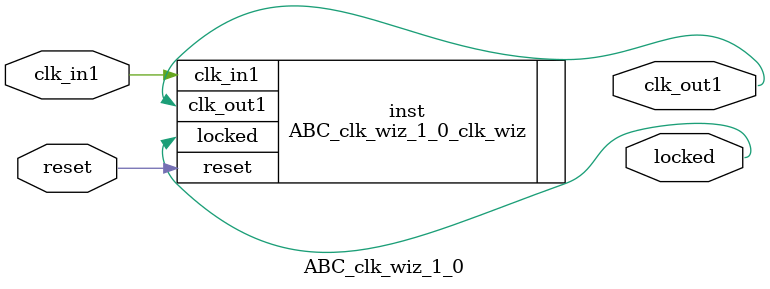
<source format=v>


`timescale 1ps/1ps

(* CORE_GENERATION_INFO = "ABC_clk_wiz_1_0,clk_wiz_v6_0_2_0_0,{component_name=ABC_clk_wiz_1_0,use_phase_alignment=true,use_min_o_jitter=false,use_max_i_jitter=false,use_dyn_phase_shift=false,use_inclk_switchover=false,use_dyn_reconfig=false,enable_axi=0,feedback_source=FDBK_AUTO,PRIMITIVE=MMCM,num_out_clk=1,clkin1_period=10.000,clkin2_period=10.000,use_power_down=false,use_reset=true,use_locked=true,use_inclk_stopped=false,feedback_type=SINGLE,CLOCK_MGR_TYPE=NA,manual_override=false}" *)

module ABC_clk_wiz_1_0 
 (
  // Clock out ports
  output        clk_out1,
  // Status and control signals
  input         reset,
  output        locked,
 // Clock in ports
  input         clk_in1
 );

  ABC_clk_wiz_1_0_clk_wiz inst
  (
  // Clock out ports  
  .clk_out1(clk_out1),
  // Status and control signals               
  .reset(reset), 
  .locked(locked),
 // Clock in ports
  .clk_in1(clk_in1)
  );

endmodule

</source>
